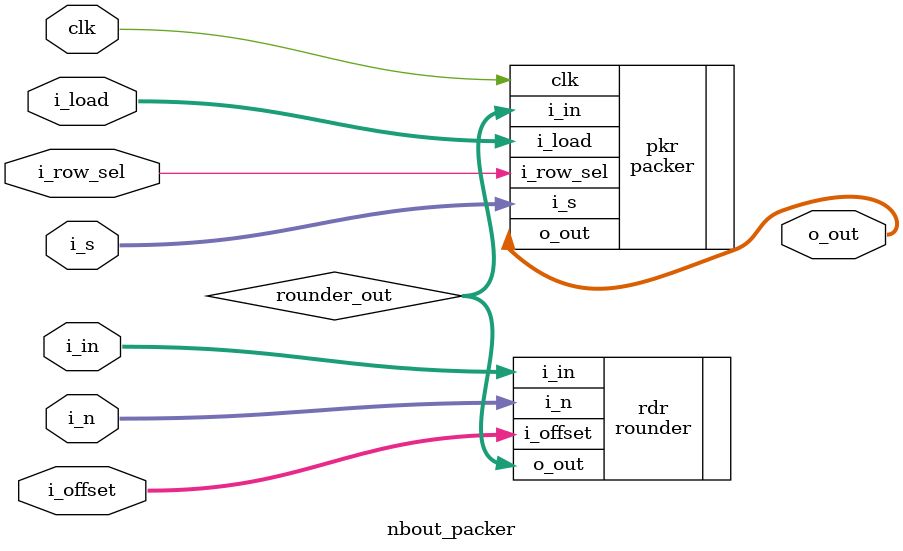
<source format=v>
module nbout_packer (
        clk,
        i_in,
        i_s,
        i_load,
        i_row_sel,
        i_n,
        i_offset,
        o_out
    );

    parameter BIT_WIDTH = 16;
    parameter SHIFT_BITS = 5;// 5 = log2(2*BIT_WIDTH) 
    parameter BIT_IDX = 4;

    input                   clk;
    input [BIT_WIDTH-1:0]   i_in;       // low precision data input
    input [SHIFT_BITS-1:0]  i_s;        // shift width
    input [2*BIT_WIDTH-1:0] i_load;     // select which bits to load from the shifter
    input                   i_row_sel;  // select the high(1) or low(0) row from the packing register
    input [BIT_IDX-1:0]     i_n;        // reduced precision
    input [BIT_IDX-1:0]     i_offset;   // offset for reducing the fractional part
    output wire [BIT_WIDTH-1:0]  o_out;      // packed row 

    wire [BIT_WIDTH-1:0] rounder_out;

    rounder rdr (
        .i_in(i_in),
        .i_n(i_n),
        .i_offset(i_offset),
        .o_out(rounder_out)
    );

    packer pkr (
        .clk(clk),
        .i_in(rounder_out),
        .i_s(i_s),
        .i_load(i_load),
        .i_row_sel(i_row_sel),
        .o_out(o_out)
    );

endmodule

</source>
